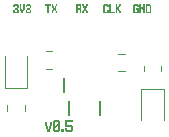
<source format=gbr>
%TF.GenerationSoftware,KiCad,Pcbnew,8.99.0-unknown-079855af18~181~ubuntu22.04.1*%
%TF.CreationDate,2024-11-15T17:57:23-08:00*%
%TF.ProjectId,gb_video_breakout,67625f76-6964-4656-9f5f-627265616b6f,rev?*%
%TF.SameCoordinates,Original*%
%TF.FileFunction,Legend,Top*%
%TF.FilePolarity,Positive*%
%FSLAX46Y46*%
G04 Gerber Fmt 4.6, Leading zero omitted, Abs format (unit mm)*
G04 Created by KiCad (PCBNEW 8.99.0-unknown-079855af18~181~ubuntu22.04.1) date 2024-11-15 17:57:23*
%MOMM*%
%LPD*%
G01*
G04 APERTURE LIST*
%ADD10C,0.250000*%
%ADD11C,0.125000*%
%ADD12C,0.200000*%
%ADD13C,0.120000*%
G04 APERTURE END LIST*
D10*
G36*
X141699755Y-90830000D02*
G01*
X141612316Y-90830000D01*
X141524877Y-90830000D01*
X141524877Y-90742744D01*
X141524877Y-90655427D01*
X141524877Y-90568171D01*
X141437438Y-90568171D01*
X141437438Y-90480915D01*
X141437438Y-90393599D01*
X141437438Y-90306343D01*
X141350000Y-90306343D01*
X141350000Y-90218415D01*
X141350000Y-90130488D01*
X141350000Y-90042561D01*
X141350000Y-89954633D01*
X141437438Y-89954633D01*
X141524877Y-89954633D01*
X141524877Y-90042561D01*
X141524877Y-90130488D01*
X141524877Y-90218415D01*
X141524877Y-90306343D01*
X141612316Y-90306343D01*
X141612316Y-90393599D01*
X141612316Y-90480915D01*
X141612316Y-90568171D01*
X141699755Y-90568171D01*
X141699755Y-90480915D01*
X141699755Y-90393599D01*
X141699755Y-90306343D01*
X141787194Y-90306343D01*
X141787194Y-90218415D01*
X141787194Y-90130488D01*
X141787194Y-90042561D01*
X141787194Y-89954633D01*
X141874633Y-89954633D01*
X141962072Y-89954633D01*
X141962072Y-90042561D01*
X141962072Y-90130488D01*
X141962072Y-90218415D01*
X141962072Y-90306343D01*
X141874633Y-90306343D01*
X141874633Y-90393599D01*
X141874633Y-90480915D01*
X141874633Y-90568171D01*
X141787194Y-90568171D01*
X141787194Y-90655427D01*
X141787194Y-90742744D01*
X141787194Y-90830000D01*
X141699755Y-90830000D01*
G37*
G36*
X142574145Y-89866400D02*
G01*
X142661584Y-89866400D01*
X142661584Y-89953961D01*
X142661584Y-90041584D01*
X142661584Y-90129206D01*
X142661584Y-90216767D01*
X142661584Y-90304389D01*
X142661584Y-90392011D01*
X142661584Y-90479572D01*
X142661584Y-90567194D01*
X142661584Y-90654816D01*
X142661584Y-90742377D01*
X142574145Y-90742377D01*
X142574145Y-90830000D01*
X142486706Y-90830000D01*
X142399267Y-90830000D01*
X142311828Y-90830000D01*
X142224389Y-90830000D01*
X142136950Y-90830000D01*
X142136950Y-90743049D01*
X142049511Y-90743049D01*
X142049511Y-90656099D01*
X142049511Y-90569148D01*
X142049511Y-90482198D01*
X142224389Y-90482198D01*
X142224389Y-90568171D01*
X142224389Y-90654145D01*
X142311828Y-90654145D01*
X142399267Y-90654145D01*
X142486706Y-90654145D01*
X142486706Y-90567194D01*
X142486706Y-90480244D01*
X142486706Y-90393293D01*
X142486706Y-90306343D01*
X142399267Y-90306343D01*
X142399267Y-90392316D01*
X142311828Y-90392316D01*
X142311828Y-90482198D01*
X142224389Y-90482198D01*
X142049511Y-90482198D01*
X142049511Y-90392316D01*
X142049511Y-90306343D01*
X142049511Y-90216461D01*
X142049511Y-90130488D01*
X142049511Y-90042561D01*
X142224389Y-90042561D01*
X142224389Y-90130488D01*
X142224389Y-90218415D01*
X142224389Y-90306343D01*
X142311828Y-90306343D01*
X142311828Y-90216461D01*
X142399267Y-90216461D01*
X142399267Y-90130488D01*
X142486706Y-90130488D01*
X142486706Y-90042561D01*
X142486706Y-89954633D01*
X142399267Y-89954633D01*
X142311828Y-89954633D01*
X142224389Y-89954633D01*
X142224389Y-90042561D01*
X142049511Y-90042561D01*
X142049511Y-89954633D01*
X142049511Y-89866706D01*
X142136950Y-89866706D01*
X142136950Y-89778778D01*
X142224389Y-89778778D01*
X142311828Y-89778778D01*
X142399267Y-89778778D01*
X142486706Y-89778778D01*
X142574145Y-89778778D01*
X142574145Y-89866400D01*
G37*
G36*
X142923900Y-90830000D02*
G01*
X142836461Y-90830000D01*
X142749023Y-90830000D01*
X142749023Y-90742744D01*
X142749023Y-90655427D01*
X142749023Y-90568171D01*
X142836461Y-90568171D01*
X142923900Y-90568171D01*
X143011339Y-90568171D01*
X143011339Y-90655427D01*
X143011339Y-90742744D01*
X143011339Y-90830000D01*
X142923900Y-90830000D01*
G37*
G36*
X143535973Y-90830000D02*
G01*
X143448534Y-90830000D01*
X143361095Y-90830000D01*
X143273656Y-90830000D01*
X143186217Y-90830000D01*
X143186217Y-90744026D01*
X143098778Y-90744026D01*
X143098778Y-90656770D01*
X143098778Y-90569453D01*
X143098778Y-90482198D01*
X143186217Y-90482198D01*
X143273656Y-90482198D01*
X143273656Y-90568171D01*
X143273656Y-90654145D01*
X143361095Y-90654145D01*
X143448534Y-90654145D01*
X143535973Y-90654145D01*
X143535973Y-90566889D01*
X143535973Y-90479572D01*
X143535973Y-90392316D01*
X143448534Y-90392316D01*
X143361095Y-90392316D01*
X143273656Y-90392316D01*
X143186217Y-90392316D01*
X143098778Y-90392316D01*
X143098778Y-90304694D01*
X143098778Y-90217011D01*
X143098778Y-90129389D01*
X143098778Y-90041706D01*
X143098778Y-89954084D01*
X143098778Y-89866400D01*
X143098778Y-89778778D01*
X143186217Y-89778778D01*
X143273656Y-89778778D01*
X143361095Y-89778778D01*
X143448534Y-89778778D01*
X143535973Y-89778778D01*
X143623412Y-89778778D01*
X143710851Y-89778778D01*
X143710851Y-89866706D01*
X143710851Y-89954633D01*
X143623412Y-89954633D01*
X143535973Y-89954633D01*
X143448534Y-89954633D01*
X143361095Y-89954633D01*
X143273656Y-89954633D01*
X143273656Y-90041889D01*
X143273656Y-90129206D01*
X143273656Y-90216461D01*
X143361095Y-90216461D01*
X143448534Y-90216461D01*
X143535973Y-90216461D01*
X143623412Y-90216461D01*
X143623412Y-90304389D01*
X143710851Y-90304389D01*
X143710851Y-90392316D01*
X143710851Y-90480244D01*
X143710851Y-90568171D01*
X143710851Y-90656099D01*
X143710851Y-90744026D01*
X143623412Y-90744026D01*
X143623412Y-90830000D01*
X143535973Y-90830000D01*
G37*
D11*
G36*
X149177896Y-80772500D02*
G01*
X149112316Y-80772500D01*
X149046737Y-80772500D01*
X148981158Y-80772500D01*
X148915579Y-80772500D01*
X148915579Y-80706829D01*
X148850000Y-80706829D01*
X148850000Y-80641204D01*
X148850000Y-80575533D01*
X148850000Y-80509908D01*
X148850000Y-80444237D01*
X148850000Y-80378292D01*
X148850000Y-80312346D01*
X148850000Y-80247866D01*
X148850000Y-80182424D01*
X148850000Y-80116936D01*
X148850000Y-80051495D01*
X148915579Y-80051495D01*
X148915579Y-79984084D01*
X148981158Y-79984084D01*
X149046737Y-79984084D01*
X149112316Y-79984084D01*
X149177896Y-79984084D01*
X149243475Y-79984084D01*
X149243475Y-80051495D01*
X149309054Y-80051495D01*
X149309054Y-80116936D01*
X149309054Y-80182424D01*
X149309054Y-80247866D01*
X149243475Y-80247866D01*
X149177896Y-80247866D01*
X149177896Y-80181920D01*
X149177896Y-80115975D01*
X149112316Y-80115975D01*
X149046737Y-80115975D01*
X148981158Y-80115975D01*
X148981158Y-80181554D01*
X148981158Y-80247133D01*
X148981158Y-80312712D01*
X148981158Y-80378292D01*
X148981158Y-80443871D01*
X148981158Y-80509450D01*
X148981158Y-80575029D01*
X148981158Y-80640608D01*
X149046737Y-80640608D01*
X149112316Y-80640608D01*
X149177896Y-80640608D01*
X149177896Y-80575167D01*
X149177896Y-80509679D01*
X149177896Y-80444237D01*
X149112316Y-80444237D01*
X149046737Y-80444237D01*
X149046737Y-80378292D01*
X149046737Y-80312346D01*
X149112316Y-80312346D01*
X149177896Y-80312346D01*
X149243475Y-80312346D01*
X149309054Y-80312346D01*
X149309054Y-80378063D01*
X149309054Y-80443825D01*
X149309054Y-80509542D01*
X149309054Y-80575304D01*
X149309054Y-80641021D01*
X149309054Y-80706783D01*
X149243475Y-80706783D01*
X149243475Y-80772500D01*
X149177896Y-80772500D01*
G37*
G36*
X149768108Y-80772500D02*
G01*
X149702529Y-80772500D01*
X149702529Y-80706554D01*
X149702529Y-80640608D01*
X149702529Y-80574663D01*
X149702529Y-80508717D01*
X149636950Y-80508717D01*
X149571371Y-80508717D01*
X149571371Y-80444237D01*
X149571371Y-80379757D01*
X149505792Y-80379757D01*
X149505792Y-80445199D01*
X149505792Y-80510686D01*
X149505792Y-80576128D01*
X149505792Y-80641570D01*
X149505792Y-80707058D01*
X149505792Y-80772500D01*
X149440212Y-80772500D01*
X149374633Y-80772500D01*
X149374633Y-80706783D01*
X149374633Y-80641112D01*
X149374633Y-80575396D01*
X149374633Y-80509679D01*
X149374633Y-80444008D01*
X149374633Y-80378292D01*
X149374633Y-80312575D01*
X149374633Y-80246904D01*
X149374633Y-80181188D01*
X149374633Y-80115471D01*
X149374633Y-80049800D01*
X149374633Y-79984084D01*
X149440212Y-79984084D01*
X149505792Y-79984084D01*
X149505792Y-80050533D01*
X149505792Y-80116936D01*
X149505792Y-80183386D01*
X149571371Y-80183386D01*
X149636950Y-80183386D01*
X149636950Y-80247866D01*
X149636950Y-80312346D01*
X149702529Y-80312346D01*
X149702529Y-80246675D01*
X149702529Y-80181050D01*
X149702529Y-80115379D01*
X149702529Y-80049754D01*
X149702529Y-79984084D01*
X149768108Y-79984084D01*
X149833688Y-79984084D01*
X149833688Y-80049800D01*
X149833688Y-80115471D01*
X149833688Y-80181188D01*
X149833688Y-80246904D01*
X149833688Y-80312575D01*
X149833688Y-80378292D01*
X149833688Y-80444008D01*
X149833688Y-80509679D01*
X149833688Y-80575396D01*
X149833688Y-80641112D01*
X149833688Y-80706783D01*
X149833688Y-80772500D01*
X149768108Y-80772500D01*
G37*
G36*
X150292742Y-80049800D02*
G01*
X150358321Y-80049800D01*
X150358321Y-80115471D01*
X150358321Y-80181188D01*
X150358321Y-80246904D01*
X150358321Y-80312575D01*
X150358321Y-80378292D01*
X150358321Y-80444008D01*
X150358321Y-80509679D01*
X150358321Y-80575396D01*
X150358321Y-80641112D01*
X150358321Y-80706783D01*
X150292742Y-80706783D01*
X150292742Y-80772500D01*
X150227163Y-80772500D01*
X150161584Y-80772500D01*
X150096004Y-80772500D01*
X150030425Y-80772500D01*
X149964846Y-80772500D01*
X149899267Y-80772500D01*
X149899267Y-80706783D01*
X149899267Y-80641112D01*
X149899267Y-80575396D01*
X149899267Y-80509679D01*
X149899267Y-80444008D01*
X149899267Y-80378292D01*
X149899267Y-80312575D01*
X149899267Y-80246904D01*
X149899267Y-80181554D01*
X150030425Y-80181554D01*
X150030425Y-80247133D01*
X150030425Y-80312712D01*
X150030425Y-80378292D01*
X150030425Y-80443871D01*
X150030425Y-80509450D01*
X150030425Y-80575029D01*
X150030425Y-80640608D01*
X150096004Y-80640608D01*
X150161584Y-80640608D01*
X150227163Y-80640608D01*
X150227163Y-80575029D01*
X150227163Y-80509450D01*
X150227163Y-80443871D01*
X150227163Y-80378292D01*
X150227163Y-80312712D01*
X150227163Y-80247133D01*
X150227163Y-80181554D01*
X150227163Y-80115975D01*
X150161584Y-80115975D01*
X150096004Y-80115975D01*
X150030425Y-80115975D01*
X150030425Y-80181554D01*
X149899267Y-80181554D01*
X149899267Y-80181188D01*
X149899267Y-80115471D01*
X149899267Y-80049800D01*
X149899267Y-79984084D01*
X149964846Y-79984084D01*
X150030425Y-79984084D01*
X150096004Y-79984084D01*
X150161584Y-79984084D01*
X150227163Y-79984084D01*
X150292742Y-79984084D01*
X150292742Y-80049800D01*
G37*
G36*
X146627896Y-80772500D02*
G01*
X146562316Y-80772500D01*
X146496737Y-80772500D01*
X146431158Y-80772500D01*
X146365579Y-80772500D01*
X146365579Y-80708019D01*
X146300000Y-80708019D01*
X146300000Y-80642578D01*
X146300000Y-80577090D01*
X146300000Y-80511648D01*
X146300000Y-80445703D01*
X146300000Y-80379757D01*
X146300000Y-80313811D01*
X146300000Y-80247866D01*
X146300000Y-80182424D01*
X146300000Y-80116936D01*
X146300000Y-80051495D01*
X146365579Y-80051495D01*
X146365579Y-79984084D01*
X146431158Y-79984084D01*
X146496737Y-79984084D01*
X146562316Y-79984084D01*
X146627896Y-79984084D01*
X146693475Y-79984084D01*
X146693475Y-80051495D01*
X146759054Y-80051495D01*
X146759054Y-80116936D01*
X146759054Y-80182424D01*
X146759054Y-80247866D01*
X146693475Y-80247866D01*
X146627896Y-80247866D01*
X146627896Y-80181920D01*
X146627896Y-80115975D01*
X146562316Y-80115975D01*
X146496737Y-80115975D01*
X146431158Y-80115975D01*
X146431158Y-80181554D01*
X146431158Y-80247133D01*
X146431158Y-80312712D01*
X146431158Y-80378292D01*
X146431158Y-80443871D01*
X146431158Y-80509450D01*
X146431158Y-80575029D01*
X146431158Y-80640608D01*
X146496737Y-80640608D01*
X146562316Y-80640608D01*
X146627896Y-80640608D01*
X146627896Y-80576128D01*
X146627896Y-80511648D01*
X146693475Y-80511648D01*
X146759054Y-80511648D01*
X146759054Y-80577090D01*
X146759054Y-80642578D01*
X146759054Y-80708019D01*
X146693475Y-80708019D01*
X146693475Y-80772500D01*
X146627896Y-80772500D01*
G37*
G36*
X147218108Y-80772500D02*
G01*
X147152529Y-80772500D01*
X147086950Y-80772500D01*
X147021371Y-80772500D01*
X146955792Y-80772500D01*
X146890212Y-80772500D01*
X146824633Y-80772500D01*
X146824633Y-80706783D01*
X146824633Y-80641112D01*
X146824633Y-80575396D01*
X146824633Y-80509679D01*
X146824633Y-80444008D01*
X146824633Y-80378292D01*
X146824633Y-80312575D01*
X146824633Y-80246904D01*
X146824633Y-80181188D01*
X146824633Y-80115471D01*
X146824633Y-80049800D01*
X146824633Y-79984084D01*
X146890212Y-79984084D01*
X146955792Y-79984084D01*
X146955792Y-80049754D01*
X146955792Y-80115379D01*
X146955792Y-80181050D01*
X146955792Y-80246675D01*
X146955792Y-80312346D01*
X146955792Y-80378017D01*
X146955792Y-80443642D01*
X146955792Y-80509313D01*
X146955792Y-80574938D01*
X146955792Y-80640608D01*
X147021371Y-80640608D01*
X147086950Y-80640608D01*
X147152529Y-80640608D01*
X147218108Y-80640608D01*
X147283688Y-80640608D01*
X147283688Y-80706554D01*
X147283688Y-80772500D01*
X147218108Y-80772500D01*
G37*
G36*
X147742742Y-80772500D02*
G01*
X147677163Y-80772500D01*
X147677163Y-80707058D01*
X147677163Y-80641570D01*
X147611584Y-80641570D01*
X147611584Y-80576128D01*
X147546004Y-80576128D01*
X147546004Y-80508717D01*
X147480425Y-80508717D01*
X147480425Y-80574663D01*
X147480425Y-80640608D01*
X147480425Y-80706554D01*
X147480425Y-80772500D01*
X147414846Y-80772500D01*
X147349267Y-80772500D01*
X147349267Y-80706829D01*
X147349267Y-80641204D01*
X147349267Y-80575533D01*
X147349267Y-80509908D01*
X147349267Y-80444237D01*
X147349267Y-80378566D01*
X147349267Y-80312941D01*
X147349267Y-80247271D01*
X147349267Y-80181646D01*
X147349267Y-80115975D01*
X147349267Y-80050029D01*
X147349267Y-79984084D01*
X147414846Y-79984084D01*
X147480425Y-79984084D01*
X147480425Y-80050029D01*
X147480425Y-80115975D01*
X147480425Y-80181920D01*
X147480425Y-80247866D01*
X147546004Y-80247866D01*
X147546004Y-80180455D01*
X147611584Y-80180455D01*
X147611584Y-80115975D01*
X147677163Y-80115975D01*
X147677163Y-80050029D01*
X147677163Y-79984084D01*
X147742742Y-79984084D01*
X147808321Y-79984084D01*
X147808321Y-80050029D01*
X147808321Y-80115975D01*
X147808321Y-80180455D01*
X147742742Y-80180455D01*
X147742742Y-80247866D01*
X147677163Y-80247866D01*
X147677163Y-80313079D01*
X147611584Y-80313079D01*
X147611584Y-80378292D01*
X147611584Y-80443504D01*
X147677163Y-80443504D01*
X147677163Y-80508717D01*
X147742742Y-80508717D01*
X147742742Y-80576128D01*
X147808321Y-80576128D01*
X147808321Y-80641570D01*
X147808321Y-80707058D01*
X147808321Y-80772500D01*
X147742742Y-80772500D01*
G37*
G36*
X144393475Y-80049754D02*
G01*
X144459054Y-80049754D01*
X144459054Y-80115379D01*
X144459054Y-80181050D01*
X144459054Y-80246675D01*
X144459054Y-80312346D01*
X144393475Y-80312346D01*
X144393475Y-80378063D01*
X144459054Y-80378063D01*
X144459054Y-80443825D01*
X144459054Y-80509542D01*
X144459054Y-80575304D01*
X144459054Y-80641021D01*
X144459054Y-80706783D01*
X144459054Y-80772500D01*
X144393475Y-80772500D01*
X144327896Y-80772500D01*
X144327896Y-80706829D01*
X144327896Y-80641204D01*
X144327896Y-80575533D01*
X144327896Y-80509908D01*
X144327896Y-80444237D01*
X144262316Y-80444237D01*
X144196737Y-80444237D01*
X144131158Y-80444237D01*
X144131158Y-80509908D01*
X144131158Y-80575533D01*
X144131158Y-80641204D01*
X144131158Y-80706829D01*
X144131158Y-80772500D01*
X144065579Y-80772500D01*
X144000000Y-80772500D01*
X144000000Y-80706783D01*
X144000000Y-80641112D01*
X144000000Y-80575396D01*
X144000000Y-80509679D01*
X144000000Y-80444008D01*
X144000000Y-80378292D01*
X144000000Y-80312575D01*
X144000000Y-80246904D01*
X144000000Y-80181417D01*
X144131158Y-80181417D01*
X144131158Y-80246904D01*
X144131158Y-80312346D01*
X144196737Y-80312346D01*
X144262316Y-80312346D01*
X144327896Y-80312346D01*
X144327896Y-80246904D01*
X144327896Y-80181417D01*
X144327896Y-80115975D01*
X144262316Y-80115975D01*
X144196737Y-80115975D01*
X144131158Y-80115975D01*
X144131158Y-80181417D01*
X144000000Y-80181417D01*
X144000000Y-80181188D01*
X144000000Y-80115471D01*
X144000000Y-80049800D01*
X144000000Y-79984084D01*
X144065579Y-79984084D01*
X144131158Y-79984084D01*
X144196737Y-79984084D01*
X144262316Y-79984084D01*
X144327896Y-79984084D01*
X144393475Y-79984084D01*
X144393475Y-80049754D01*
G37*
G36*
X144918108Y-80772500D02*
G01*
X144852529Y-80772500D01*
X144852529Y-80707058D01*
X144852529Y-80641570D01*
X144852529Y-80576128D01*
X144786950Y-80576128D01*
X144786950Y-80510183D01*
X144786950Y-80444237D01*
X144721371Y-80444237D01*
X144721371Y-80510183D01*
X144721371Y-80576128D01*
X144655792Y-80576128D01*
X144655792Y-80641570D01*
X144655792Y-80707058D01*
X144655792Y-80772500D01*
X144590212Y-80772500D01*
X144524633Y-80772500D01*
X144524633Y-80707058D01*
X144524633Y-80641570D01*
X144524633Y-80576128D01*
X144590212Y-80576128D01*
X144590212Y-80510183D01*
X144590212Y-80444237D01*
X144655792Y-80444237D01*
X144655792Y-80378292D01*
X144655792Y-80312346D01*
X144590212Y-80312346D01*
X144590212Y-80246400D01*
X144590212Y-80180455D01*
X144524633Y-80180455D01*
X144524633Y-80115013D01*
X144524633Y-80049525D01*
X144524633Y-79984084D01*
X144590212Y-79984084D01*
X144655792Y-79984084D01*
X144655792Y-80049525D01*
X144655792Y-80115013D01*
X144655792Y-80180455D01*
X144721371Y-80180455D01*
X144721371Y-80246400D01*
X144721371Y-80312346D01*
X144786950Y-80312346D01*
X144786950Y-80246400D01*
X144786950Y-80180455D01*
X144852529Y-80180455D01*
X144852529Y-80115013D01*
X144852529Y-80049525D01*
X144852529Y-79984084D01*
X144918108Y-79984084D01*
X144983688Y-79984084D01*
X144983688Y-80049525D01*
X144983688Y-80115013D01*
X144983688Y-80180455D01*
X144918108Y-80180455D01*
X144918108Y-80246400D01*
X144918108Y-80312346D01*
X144852529Y-80312346D01*
X144852529Y-80378292D01*
X144852529Y-80444237D01*
X144918108Y-80444237D01*
X144918108Y-80510183D01*
X144918108Y-80576128D01*
X144983688Y-80576128D01*
X144983688Y-80641570D01*
X144983688Y-80707058D01*
X144983688Y-80772500D01*
X144918108Y-80772500D01*
G37*
G36*
X141612316Y-80772500D02*
G01*
X141546737Y-80772500D01*
X141546737Y-80706829D01*
X141546737Y-80641204D01*
X141546737Y-80575533D01*
X141546737Y-80509908D01*
X141546737Y-80444237D01*
X141546737Y-80378566D01*
X141546737Y-80312941D01*
X141546737Y-80247271D01*
X141546737Y-80181646D01*
X141546737Y-80115975D01*
X141481158Y-80115975D01*
X141415579Y-80115975D01*
X141350000Y-80115975D01*
X141350000Y-80050029D01*
X141350000Y-79984084D01*
X141415579Y-79984084D01*
X141481158Y-79984084D01*
X141546737Y-79984084D01*
X141612316Y-79984084D01*
X141677896Y-79984084D01*
X141743475Y-79984084D01*
X141809054Y-79984084D01*
X141874633Y-79984084D01*
X141874633Y-80050029D01*
X141874633Y-80115975D01*
X141809054Y-80115975D01*
X141743475Y-80115975D01*
X141677896Y-80115975D01*
X141677896Y-80181646D01*
X141677896Y-80247271D01*
X141677896Y-80312941D01*
X141677896Y-80378566D01*
X141677896Y-80444237D01*
X141677896Y-80509908D01*
X141677896Y-80575533D01*
X141677896Y-80641204D01*
X141677896Y-80706829D01*
X141677896Y-80772500D01*
X141612316Y-80772500D01*
G37*
G36*
X142334054Y-80772500D02*
G01*
X142268475Y-80772500D01*
X142268475Y-80707058D01*
X142268475Y-80641570D01*
X142268475Y-80576128D01*
X142202896Y-80576128D01*
X142202896Y-80510183D01*
X142202896Y-80444237D01*
X142137316Y-80444237D01*
X142137316Y-80510183D01*
X142137316Y-80576128D01*
X142071737Y-80576128D01*
X142071737Y-80641570D01*
X142071737Y-80707058D01*
X142071737Y-80772500D01*
X142006158Y-80772500D01*
X141940579Y-80772500D01*
X141940579Y-80707058D01*
X141940579Y-80641570D01*
X141940579Y-80576128D01*
X142006158Y-80576128D01*
X142006158Y-80510183D01*
X142006158Y-80444237D01*
X142071737Y-80444237D01*
X142071737Y-80378292D01*
X142071737Y-80312346D01*
X142006158Y-80312346D01*
X142006158Y-80246400D01*
X142006158Y-80180455D01*
X141940579Y-80180455D01*
X141940579Y-80115013D01*
X141940579Y-80049525D01*
X141940579Y-79984084D01*
X142006158Y-79984084D01*
X142071737Y-79984084D01*
X142071737Y-80049525D01*
X142071737Y-80115013D01*
X142071737Y-80180455D01*
X142137316Y-80180455D01*
X142137316Y-80246400D01*
X142137316Y-80312346D01*
X142202896Y-80312346D01*
X142202896Y-80246400D01*
X142202896Y-80180455D01*
X142268475Y-80180455D01*
X142268475Y-80115013D01*
X142268475Y-80049525D01*
X142268475Y-79984084D01*
X142334054Y-79984084D01*
X142399633Y-79984084D01*
X142399633Y-80049525D01*
X142399633Y-80115013D01*
X142399633Y-80180455D01*
X142334054Y-80180455D01*
X142334054Y-80246400D01*
X142334054Y-80312346D01*
X142268475Y-80312346D01*
X142268475Y-80378292D01*
X142268475Y-80444237D01*
X142334054Y-80444237D01*
X142334054Y-80510183D01*
X142334054Y-80576128D01*
X142399633Y-80576128D01*
X142399633Y-80641570D01*
X142399633Y-80707058D01*
X142399633Y-80772500D01*
X142334054Y-80772500D01*
G37*
G36*
X139027896Y-80772500D02*
G01*
X138962316Y-80772500D01*
X138896737Y-80772500D01*
X138831158Y-80772500D01*
X138765579Y-80772500D01*
X138765579Y-80708019D01*
X138700000Y-80708019D01*
X138700000Y-80642578D01*
X138700000Y-80577090D01*
X138700000Y-80511648D01*
X138765579Y-80511648D01*
X138831158Y-80511648D01*
X138831158Y-80576128D01*
X138831158Y-80640608D01*
X138896737Y-80640608D01*
X138962316Y-80640608D01*
X139027896Y-80640608D01*
X139027896Y-80575167D01*
X139027896Y-80509679D01*
X139027896Y-80444237D01*
X138962316Y-80444237D01*
X138896737Y-80444237D01*
X138831158Y-80444237D01*
X138831158Y-80379757D01*
X138831158Y-80315277D01*
X138896737Y-80315277D01*
X138962316Y-80315277D01*
X139027896Y-80312346D01*
X139027896Y-80247866D01*
X139027896Y-80181920D01*
X139027896Y-80115975D01*
X138962316Y-80115975D01*
X138896737Y-80115975D01*
X138831158Y-80115975D01*
X138831158Y-80181920D01*
X138831158Y-80247866D01*
X138765579Y-80247866D01*
X138700000Y-80247866D01*
X138700000Y-80182424D01*
X138700000Y-80116936D01*
X138700000Y-80051495D01*
X138765579Y-80051495D01*
X138765579Y-79984084D01*
X138831158Y-79984084D01*
X138896737Y-79984084D01*
X138962316Y-79984084D01*
X139027896Y-79984084D01*
X139093475Y-79984084D01*
X139093475Y-80051495D01*
X139159054Y-80051495D01*
X139159054Y-80117440D01*
X139159054Y-80183386D01*
X139159054Y-80249331D01*
X139159054Y-80315277D01*
X139093475Y-80312346D01*
X139093475Y-80378292D01*
X139093475Y-80444237D01*
X139159054Y-80444237D01*
X139159054Y-80510183D01*
X139159054Y-80576128D01*
X139159054Y-80642074D01*
X139159054Y-80708019D01*
X139093475Y-80708019D01*
X139093475Y-80772500D01*
X139027896Y-80772500D01*
G37*
G36*
X139486950Y-80772500D02*
G01*
X139421371Y-80772500D01*
X139355792Y-80772500D01*
X139355792Y-80706783D01*
X139355792Y-80641112D01*
X139355792Y-80575396D01*
X139290212Y-80575396D01*
X139290212Y-80509679D01*
X139290212Y-80444008D01*
X139224633Y-80444008D01*
X139224633Y-80378292D01*
X139224633Y-80312575D01*
X139224633Y-80246904D01*
X139224633Y-80181188D01*
X139224633Y-80115471D01*
X139224633Y-80049800D01*
X139224633Y-79984084D01*
X139290212Y-79984084D01*
X139355792Y-79984084D01*
X139355792Y-80049663D01*
X139355792Y-80115242D01*
X139355792Y-80180821D01*
X139355792Y-80246400D01*
X139355792Y-80311980D01*
X139355792Y-80377559D01*
X139421371Y-80377559D01*
X139421371Y-80443138D01*
X139421371Y-80508717D01*
X139486950Y-80508717D01*
X139486950Y-80443138D01*
X139486950Y-80377559D01*
X139552529Y-80377559D01*
X139552529Y-80311980D01*
X139552529Y-80246400D01*
X139552529Y-80180821D01*
X139552529Y-80115242D01*
X139552529Y-80049663D01*
X139552529Y-79984084D01*
X139618108Y-79984084D01*
X139683688Y-79984084D01*
X139683688Y-80049800D01*
X139683688Y-80115471D01*
X139683688Y-80181188D01*
X139683688Y-80246904D01*
X139683688Y-80312575D01*
X139683688Y-80378292D01*
X139683688Y-80444008D01*
X139618108Y-80444008D01*
X139618108Y-80509679D01*
X139618108Y-80575396D01*
X139552529Y-80575396D01*
X139552529Y-80641112D01*
X139552529Y-80706783D01*
X139552529Y-80772500D01*
X139486950Y-80772500D01*
G37*
G36*
X140077163Y-80772500D02*
G01*
X140011584Y-80772500D01*
X139946004Y-80772500D01*
X139880425Y-80772500D01*
X139814846Y-80772500D01*
X139814846Y-80708019D01*
X139749267Y-80708019D01*
X139749267Y-80642578D01*
X139749267Y-80577090D01*
X139749267Y-80511648D01*
X139814846Y-80511648D01*
X139880425Y-80511648D01*
X139880425Y-80576128D01*
X139880425Y-80640608D01*
X139946004Y-80640608D01*
X140011584Y-80640608D01*
X140077163Y-80640608D01*
X140077163Y-80575167D01*
X140077163Y-80509679D01*
X140077163Y-80444237D01*
X140011584Y-80444237D01*
X139946004Y-80444237D01*
X139880425Y-80444237D01*
X139880425Y-80379757D01*
X139880425Y-80315277D01*
X139946004Y-80315277D01*
X140011584Y-80315277D01*
X140077163Y-80312346D01*
X140077163Y-80247866D01*
X140077163Y-80181920D01*
X140077163Y-80115975D01*
X140011584Y-80115975D01*
X139946004Y-80115975D01*
X139880425Y-80115975D01*
X139880425Y-80181920D01*
X139880425Y-80247866D01*
X139814846Y-80247866D01*
X139749267Y-80247866D01*
X139749267Y-80182424D01*
X139749267Y-80116936D01*
X139749267Y-80051495D01*
X139814846Y-80051495D01*
X139814846Y-79984084D01*
X139880425Y-79984084D01*
X139946004Y-79984084D01*
X140011584Y-79984084D01*
X140077163Y-79984084D01*
X140142742Y-79984084D01*
X140142742Y-80051495D01*
X140208321Y-80051495D01*
X140208321Y-80117440D01*
X140208321Y-80183386D01*
X140208321Y-80249331D01*
X140208321Y-80315277D01*
X140142742Y-80312346D01*
X140142742Y-80378292D01*
X140142742Y-80444237D01*
X140208321Y-80444237D01*
X140208321Y-80510183D01*
X140208321Y-80576128D01*
X140208321Y-80642074D01*
X140208321Y-80708019D01*
X140142742Y-80708019D01*
X140142742Y-80772500D01*
X140077163Y-80772500D01*
G37*
D12*
%TO.C,U3*%
X146050000Y-89350000D02*
X146050000Y-88150000D01*
%TO.C,U2*%
X143400000Y-89350000D02*
X143400000Y-88150000D01*
%TO.C,U1*%
X142950000Y-86250000D02*
X142950000Y-87450000D01*
D13*
%TO.C,C2*%
X141438748Y-83965000D02*
X141961252Y-83965000D01*
X141438748Y-85435000D02*
X141961252Y-85435000D01*
%TO.C,C1*%
X148111252Y-85635000D02*
X147588748Y-85635000D01*
X148111252Y-84165000D02*
X147588748Y-84165000D01*
%TO.C,R4*%
X138190000Y-88535436D02*
X138190000Y-88989564D01*
X139660000Y-88535436D02*
X139660000Y-88989564D01*
%TO.C,D1*%
X149540000Y-87140000D02*
X149540000Y-89825000D01*
X151460000Y-87140000D02*
X149540000Y-87140000D01*
X151460000Y-89825000D02*
X151460000Y-87140000D01*
%TO.C,R3*%
X149765000Y-85677064D02*
X149765000Y-85222936D01*
X151235000Y-85677064D02*
X151235000Y-85222936D01*
%TO.C,D2*%
X137965000Y-84400000D02*
X137965000Y-87085000D01*
X137965000Y-87085000D02*
X139885000Y-87085000D01*
X139885000Y-87085000D02*
X139885000Y-84400000D01*
%TD*%
M02*

</source>
